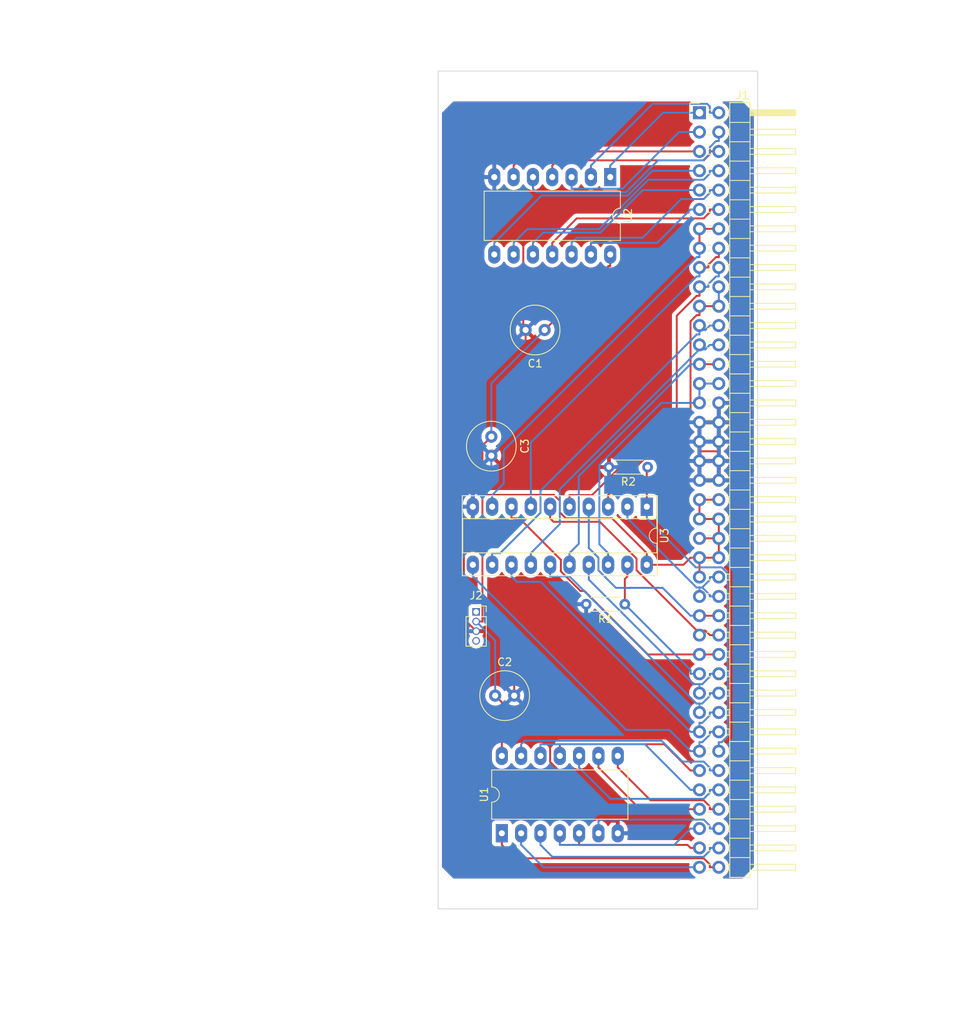
<source format=kicad_pcb>
(kicad_pcb (version 20211014) (generator pcbnew)
  (layers (0 "F.Cu" signal) (31 "B.Cu" signal) (34 "B.Paste" user) (35 "F.Paste" user) (36 "B.SilkS" user "B.Silkscreen") (37 "F.SilkS" user "F.Silkscreen") (38 "B.Mask" user) (39 "F.Mask" user) (44 "Edge.Cuts" user))
  (net 0 "")
  (net 1 "GND")
  (net 2 "Net-(J1-Pad1)")
  (net 3 "Net-(J1-Pad2)")
  (net 4 "Net-(J1-Pad3)")
  (net 5 "Net-(J1-Pad6)")
  (net 6 "Net-(J1-Pad4)")
  (net 7 "Net-(J1-Pad5)")
  (net 8 "Net-(J1-Pad7)")
  (net 9 "Net-(J1-Pad8)")
  (net 10 "Net-(J1-Pad9)")
  (net 11 "Net-(J1-Pad12)")
  (net 12 "Net-(J1-Pad10)")
  (net 13 "Net-(J1-Pad11)")
  (net 14 "+5V")
  (net 15 "Net-(J1-Pad80)")
  (net 16 "Net-(J1-Pad79)")
  (net 17 "Net-(J1-Pad77)")
  (net 18 "Net-(J1-Pad72)")
  (net 19 "Net-(J1-Pad69)")
  (net 20 "Net-(J1-Pad29)")
  (net 21 "Net-(J1-Pad27)")
  (net 22 "Net-(J1-Pad25)")
  (net 23 "Net-(J1-Pad23)")
  (net 24 "Net-(J1-Pad20)")
  (net 25 "+12V")
  (net 26 "-12V")
  (net 27 "Net-(R1-Pad1)")
  (net 28 "Net-(R2-Pad1)")
  (net 29 "Net-(U1-Pad3)")
  (net 30 "Net-(U1-Pad4)")
  (net 31 "Net-(U1-Pad6)")
  (net 32 "Net-(U1-Pad8)")
  (net 33 "Net-(U1-Pad9)")
  (net 34 "Net-(U1-Pad12)")
  (net 35 "Net-(U1-Pad13)")
  (net 36 "Net-(U3-Pad2)")
  (net 37 "Net-(U3-Pad4)")
  (net 38 "Net-(U3-Pad5)")
  (net 39 "Net-(U3-Pad6)")
  (net 40 "Net-(U3-Pad7)")
  (net 41 "Net-(U3-Pad8)")
  (net 42 "Net-(U3-Pad9)")
  (net 43 "Net-(U3-Pad11)")
  (net 44 "Net-(U3-Pad13)")
  (net 45 "Net-(U3-Pad15)")
  (net 46 "Net-(U3-Pad17)")
  (footprint "Resistor_THT:R_Axial_DIN0204_L3.6mm_D1.6mm_P5.08mm_Horizontal" (layer "F.Cu") (at 122.54 130 180)
    (fp_text reference "R1")
    (fp_text value "1k")
  )
  (footprint "Package_DIP:DIP-14_W10.16mm_LongPads" (layer "F.Cu") (at 106.375 160.075 90)
    (fp_text reference "U1")
    (fp_text value "4070")
  )
  (footprint "Capacitor_THT:C_Radial_D6.3mm_H7.0mm_P2.50mm" (layer "F.Cu") (at 112 94 180)
    (fp_text reference "C1")
    (fp_text value "C")
  )
  (footprint "Connector_PinHeader_2.54mm:PinHeader_2x40_P2.54mm_Horizontal" (layer "F.Cu") (at 132.35 65.475)
    (fp_text reference "J1")
    (fp_text value "Conn_02x40_Counter_Clockwise")
  )
  (footprint "Capacitor_THT:C_Radial_D6.3mm_H7.0mm_P2.50mm" (layer "F.Cu") (at 105 108 -90)
    (fp_text reference "C3")
    (fp_text value "C")
  )
  (footprint "Package_DIP:DIP-20_W7.62mm_Socket_LongPads" (layer "F.Cu") (at 125.425 117.2 -90)
    (fp_text reference "U3")
    (fp_text value "74HC240")
  )
  (footprint "Connector_PinSocket_1.27mm:PinSocket_1x04_P1.27mm_Vertical" (layer "F.Cu") (at 103 131)
    (fp_text reference "J2")
    (fp_text value "Conn_01x04_Female")
  )
  (footprint "Capacitor_THT:C_Radial_D6.3mm_H7.0mm_P2.50mm" (layer "F.Cu") (at 105.5 142)
    (fp_text reference "C2")
    (fp_text value "C")
  )
  (footprint "Resistor_THT:R_Axial_DIN0204_L3.6mm_D1.6mm_P5.08mm_Horizontal" (layer "F.Cu") (at 125.54 112 180)
    (fp_text reference "R2")
    (fp_text value "1k")
  )
  (footprint "Package_DIP:DIP-14_W10.16mm_LongPads" (layer "F.Cu") (at 120.625 73.925 -90)
    (fp_text reference "U2")
    (fp_text value "4077")
  )
  (gr_rect (start 140 60) (end 98 170) (layer "Edge.Cuts") (width 0.1) (fill none))
  (segment (start 103.8253 133.54) (end 108 137.7147) (width 0.25) (layer "F.Cu") (net 1))
  (segment (start 120.46 112) (end 119.4347 112) (width 0.25) (layer "F.Cu") (net 1))
  (segment (start 116.4347 130) (end 108.72 137.7147) (width 0.25) (layer "F.Cu") (net 1))
  (segment (start 134.89 106.115) (end 134.89 108.655) (width 0.25) (layer "F.Cu") (net 1))
  (segment (start 121.615 160.075) (end 121.615 158.5497) (width 0.25) (layer "F.Cu") (net 1))
  (segment (start 109.195 79.2603) (end 109.195 93.695) (width 0.25) (layer "F.Cu") (net 1))
  (segment (start 132.35 108.655) (end 132.35 109.925) (width 0.25) (layer "F.Cu") (net 1))
  (segment (start 109.195 93.695) (end 109.5 94) (width 0.25) (layer "F.Cu") (net 1))
  (segment (start 103 133.54) (end 103.8253 133.54) (width 0.25) (layer "F.Cu") (net 1))
  (segment (start 132.35 113.735) (end 133.7147 113.735) (width 0.25) (layer "F.Cu") (net 1))
  (segment (start 108.72 137.7147) (end 108 137.7147) (width 0.25) (layer "F.Cu") (net 1))
  (segment (start 105.385 73.925) (end 105.385 75.4503) (width 0.25) (layer "F.Cu") (net 1))
  (segment (start 112.725 146.725) (end 112.725 150.7083) (width 0.25) (layer "F.Cu") (net 1))
  (segment (start 132.35 109.925) (end 134.89 109.925) (width 0.25) (layer "F.Cu") (net 1))
  (segment (start 134.89 109.925) (end 134.89 111.195) (width 0.25) (layer "F.Cu") (net 1))
  (segment (start 134.89 113.735) (end 133.7147 113.735) (width 0.25) (layer "F.Cu") (net 1))
  (segment (start 120.5664 158.5497) (end 121.615 158.5497) (width 0.25) (layer "F.Cu") (net 1))
  (segment (start 108 142) (end 112.725 146.725) (width 0.25) (layer "F.Cu") (net 1))
  (segment (start 132.35 111.195) (end 132.35 113.735) (width 0.25) (layer "F.Cu") (net 1))
  (segment (start 119.4347 112) (end 115.2853 107.8506) (width 0.25) (layer "F.Cu") (net 1))
  (segment (start 117.46 130) (end 116.4347 130) (width 0.25) (layer "F.Cu") (net 1))
  (segment (start 132.35 106.115) (end 132.35 108.655) (width 0.25) (layer "F.Cu") (net 1))
  (segment (start 112.725 150.7083) (end 120.5664 158.5497) (width 0.25) (layer "F.Cu") (net 1))
  (segment (start 105.385 75.4503) (end 109.195 79.2603) (width 0.25) (layer "F.Cu") (net 1))
  (segment (start 134.89 108.655) (end 134.89 109.925) (width 0.25) (layer "F.Cu") (net 1))
  (segment (start 109.5 107.8506) (end 107.6494 107.8506) (width 0.25) (layer "F.Cu") (net 1))
  (segment (start 102.565 118.7253) (end 101.3933 119.897) (width 0.25) (layer "F.Cu") (net 1))
  (segment (start 109.5 107.8506) (end 109.5 94) (width 0.25) (layer "F.Cu") (net 1))
  (segment (start 132.35 109.925) (end 132.35 111.195) (width 0.25) (layer "F.Cu") (net 1))
  (segment (start 101.3933 119.897) (end 101.3933 131.9333) (width 0.25) (layer "F.Cu") (net 1))
  (segment (start 115.2853 107.8506) (end 109.5 107.8506) (width 0.25) (layer "F.Cu") (net 1))
  (segment (start 108 137.7147) (end 108 142) (width 0.25) (layer "F.Cu") (net 1))
  (segment (start 107.6494 107.8506) (end 105 110.5) (width 0.25) (layer "F.Cu") (net 1))
  (segment (start 102.565 117.2) (end 102.565 118.7253) (width 0.25) (layer "F.Cu") (net 1))
  (segment (start 101.3933 131.9333) (end 103 133.54) (width 0.25) (layer "F.Cu") (net 1))
  (segment (start 132.35 111.195) (end 131.1747 111.195) (width 0.25) (layer "B.Cu") (net 1))
  (segment (start 134.89 103.575) (end 134.89 106.115) (width 0.25) (layer "B.Cu") (net 1))
  (segment (start 102.565 115.6747) (end 105 113.2397) (width 0.25) (layer "B.Cu") (net 1))
  (segment (start 130.9046 110.9249) (end 131.1747 111.195) (width 0.25) (layer "B.Cu") (net 1))
  (segment (start 122.5604 110.9249) (end 130.9046 110.9249) (width 0.25) (layer "B.Cu") (net 1))
  (segment (start 102.565 117.2) (end 102.565 115.6747) (width 0.25) (layer "B.Cu") (net 1))
  (segment (start 120.46 112) (end 121.4853 112) (width 0.25) (layer "B.Cu") (net 1))
  (segment (start 105 113.2397) (end 105 110.5) (width 0.25) (layer "B.Cu") (net 1))
  (segment (start 121.4853 112) (end 122.5604 110.9249) (width 0.25) (layer "B.Cu") (net 1))
  (segment (start 120.625 72.3997) (end 127.5497 65.475) (width 0.25) (layer "B.Cu") (net 2))
  (segment (start 127.5497 65.475) (end 132.35 65.475) (width 0.25) (layer "B.Cu") (net 2))
  (segment (start 120.625 73.925) (end 120.625 72.3997) (width 0.25) (layer "B.Cu") (net 2))
  (segment (start 133.7147 64.6669) (end 133.7147 65.475) (width 0.25) (layer "B.Cu") (net 3))
  (segment (start 118.085 72.3997) (end 126.185 64.2997) (width 0.25) (layer "B.Cu") (net 3))
  (segment (start 134.89 65.475) (end 133.7147 65.475) (width 0.25) (layer "B.Cu") (net 3))
  (segment (start 133.3475 64.2997) (end 133.7147 64.6669) (width 0.25) (layer "B.Cu") (net 3))
  (segment (start 126.185 64.2997) (end 133.3475 64.2997) (width 0.25) (layer "B.Cu") (net 3))
  (segment (start 118.085 73.925) (end 118.085 72.3997) (width 0.25) (layer "B.Cu") (net 3))
  (segment (start 129.6579 68.015) (end 132.35 68.015) (width 0.25) (layer "B.Cu") (net 4))
  (segment (start 115.545 75.4503) (end 122.2226 75.4503) (width 0.25) (layer "B.Cu") (net 4))
  (segment (start 115.545 73.925) (end 115.545 75.4503) (width 0.25) (layer "B.Cu") (net 4))
  (segment (start 122.2226 75.4503) (end 129.6579 68.015) (width 0.25) (layer "B.Cu") (net 4))
  (segment (start 133.7147 70.9224) (end 133.7147 70.555) (width 0.25) (layer "F.Cu") (net 5))
  (segment (start 134.89 70.555) (end 133.7147 70.555) (width 0.25) (layer "F.Cu") (net 5))
  (segment (start 113.005 72.3997) (end 113.6744 71.7303) (width 0.25) (layer "F.Cu") (net 5))
  (segment (start 132.9068 71.7303) (end 133.7147 70.9224) (width 0.25) (layer "F.Cu") (net 5))
  (segment (start 113.005 73.925) (end 113.005 72.3997) (width 0.25) (layer "F.Cu") (net 5))
  (segment (start 113.6744 71.7303) (end 132.9068 71.7303) (width 0.25) (layer "F.Cu") (net 5))
  (segment (start 110.465 75.4503) (end 110.9153 75.9006) (width 0.25) (layer "B.Cu") (net 6))
  (segment (start 110.465 73.925) (end 110.465 75.4503) (width 0.25) (layer "B.Cu") (net 6))
  (segment (start 134.5226 69.1903) (end 134.89 69.1903) (width 0.25) (layer "B.Cu") (net 6))
  (segment (start 110.9153 75.9006) (end 122.7274 75.9006) (width 0.25) (layer "B.Cu") (net 6))
  (segment (start 133.7147 70.8551) (end 133.7147 69.9982) (width 0.25) (layer "B.Cu") (net 6))
  (segment (start 126.8976 71.7304) (end 132.8394 71.7304) (width 0.25) (layer "B.Cu") (net 6))
  (segment (start 132.8394 71.7304) (end 133.7147 70.8551) (width 0.25) (layer "B.Cu") (net 6))
  (segment (start 133.7147 69.9982) (end 134.5226 69.1903) (width 0.25) (layer "B.Cu") (net 6))
  (segment (start 122.7274 75.9006) (end 126.8976 71.7304) (width 0.25) (layer "B.Cu") (net 6))
  (segment (start 134.89 68.015) (end 134.89 69.1903) (width 0.25) (layer "B.Cu") (net 6))
  (segment (start 109.7697 70.555) (end 107.925 72.3997) (width 0.25) (layer "F.Cu") (net 7))
  (segment (start 107.925 73.925) (end 107.925 72.3997) (width 0.25) (layer "F.Cu") (net 7))
  (segment (start 132.35 70.555) (end 131.1747 70.555) (width 0.25) (layer "F.Cu") (net 7))
  (segment (start 131.1747 70.555) (end 109.7697 70.555) (width 0.25) (layer "F.Cu") (net 7))
  (segment (start 105.385 84.085) (end 105.385 82.5597) (width 0.25) (layer "B.Cu") (net 8))
  (segment (start 126.17 73.095) (end 131.1747 73.095) (width 0.25) (layer "B.Cu") (net 8))
  (segment (start 105.385 82.5597) (end 111.5938 76.3509) (width 0.25) (layer "B.Cu") (net 8))
  (segment (start 122.9141 76.3509) (end 126.17 73.095) (width 0.25) (layer "B.Cu") (net 8))
  (segment (start 132.35 73.095) (end 131.1747 73.095) (width 0.25) (layer "B.Cu") (net 8))
  (segment (start 111.5938 76.3509) (end 122.9141 76.3509) (width 0.25) (layer "B.Cu") (net 8))
  (segment (start 133.7147 73.095) (end 133.7147 73.4624) (width 0.25) (layer "B.Cu") (net 9))
  (segment (start 109.7262 80.7585) (end 107.925 82.5597) (width 0.25) (layer "B.Cu") (net 9))
  (segment (start 119.1434 80.7585) (end 109.7262 80.7585) (width 0.25) (layer "B.Cu") (net 9))
  (segment (start 132.9068 74.2703) (end 125.6316 74.2703) (width 0.25) (layer "B.Cu") (net 9))
  (segment (start 133.7147 73.4624) (end 132.9068 74.2703) (width 0.25) (layer "B.Cu") (net 9))
  (segment (start 134.89 73.095) (end 133.7147 73.095) (width 0.25) (layer "B.Cu") (net 9))
  (segment (start 125.6316 74.2703) (end 119.1434 80.7585) (width 0.25) (layer "B.Cu") (net 9))
  (segment (start 107.925 84.085) (end 107.925 82.5597) (width 0.25) (layer "B.Cu") (net 9))
  (segment (start 132.35 75.635) (end 131.1747 75.635) (width 0.25) (layer "B.Cu") (net 10))
  (segment (start 111.8159 81.2088) (end 110.465 82.5597) (width 0.25) (layer "B.Cu") (net 10))
  (segment (start 131.1747 75.635) (end 124.9038 75.635) (width 0.25) (layer "B.Cu") (net 10))
  (segment (start 124.9038 75.635) (end 119.33 81.2088) (width 0.25) (layer "B.Cu") (net 10))
  (segment (start 110.465 84.085) (end 110.465 82.5597) (width 0.25) (layer "B.Cu") (net 10))
  (segment (start 119.33 81.2088) (end 111.8159 81.2088) (width 0.25) (layer "B.Cu") (net 10))
  (segment (start 116.2144 79.3503) (end 132.9068 79.3503) (width 0.25) (layer "F.Cu") (net 11))
  (segment (start 133.7147 78.5424) (end 133.7147 78.175) (width 0.25) (layer "F.Cu") (net 11))
  (segment (start 132.9068 79.3503) (end 133.7147 78.5424) (width 0.25) (layer "F.Cu") (net 11))
  (segment (start 134.89 78.175) (end 133.7147 78.175) (width 0.25) (layer "F.Cu") (net 11))
  (segment (start 113.005 84.085) (end 113.005 82.5597) (width 0.25) (layer "F.Cu") (net 11))
  (segment (start 113.005 82.5597) (end 116.2144 79.3503) (width 0.25) (layer "F.Cu") (net 11))
  (segment (start 134.89 75.635) (end 133.7147 75.635) (width 0.25) (layer "B.Cu") (net 12))
  (segment (start 116.2205 81.8842) (end 124.8781 81.8842) (width 0.25) (layer "B.Cu") (net 12))
  (segment (start 129.952 76.8103) (end 132.9068 76.8103) (width 0.25) (layer "B.Cu") (net 12))
  (segment (start 115.545 82.5597) (end 116.2205 81.8842) (width 0.25) (layer "B.Cu") (net 12))
  (segment (start 115.545 84.085) (end 115.545 82.5597) (width 0.25) (layer "B.Cu") (net 12))
  (segment (start 124.8781 81.8842) (end 129.952 76.8103) (width 0.25) (layer "B.Cu") (net 12))
  (segment (start 132.9068 76.8103) (end 133.7147 76.0024) (width 0.25) (layer "B.Cu") (net 12))
  (segment (start 133.7147 76.0024) (end 133.7147 75.635) (width 0.25) (layer "B.Cu") (net 12))
  (segment (start 131.1747 78.175) (end 126.79 82.5597) (width 0.25) (layer "B.Cu") (net 13))
  (segment (start 118.085 84.085) (end 118.085 82.5597) (width 0.25) (layer "B.Cu") (net 13))
  (segment (start 132.35 78.175) (end 131.1747 78.175) (width 0.25) (layer "B.Cu") (net 13))
  (segment (start 126.79 82.5597) (end 118.085 82.5597) (width 0.25) (layer "B.Cu") (net 13))
  (segment (start 103.8253 115.6455) (end 103.8253 132.27) (width 0.25) (layer "F.Cu") (net 14))
  (segment (start 134.89 121.355) (end 133.5253 121.355) (width 0.25) (layer "F.Cu") (net 14))
  (segment (start 105 108) (end 103.8253 109.1747) (width 0.25) (layer "F.Cu") (net 14))
  (segment (start 132.35 123.895) (end 132.35 126.435) (width 0.25) (layer "F.Cu") (net 14))
  (segment (start 132.35 116.275) (end 132.35 118.815) (width 0.25) (layer "F.Cu") (net 14))
  (segment (start 105.5 142) (end 106.375 142.875) (width 0.25) (layer "F.Cu") (net 14))
  (segment (start 125.425 124.82) (end 125.425 123.2947) (width 0.25) (layer "F.Cu") (net 14))
  (segment (start 134.89 118.815) (end 134.89 121.355) (width 0.25) (layer "F.Cu") (net 14))
  (segment (start 134.89 118.815) (end 133.7147 118.815) (width 0.25) (layer "F.Cu") (net 14))
  (segment (start 125.425 124.82) (end 130.2497 124.82) (width 0.25) (layer "F.Cu") (net 14))
  (segment (start 103.8253 109.1747) (end 103.8253 115.6455) (width 0.25) (layer "F.Cu") (net 14))
  (segment (start 114.7859 118.7253) (end 120.8556 118.7253) (width 0.25) (layer "F.Cu") (net 14))
  (segment (start 106.375 142.875) (end 106.375 149.915) (width 0.25) (layer "F.Cu") (net 14))
  (segment (start 113.995 117.9344) (end 114.7859 118.7253) (width 0.25) (layer "F.Cu") (net 14))
  (segment (start 103.8253 115.6455) (end 113.2161 115.6455) (width 0.25) (layer "F.Cu") (net 14))
  (segment (start 132.35 123.895) (end 133.5253 123.895) (width 0.25) (layer "F.Cu") (net 14))
  (segment (start 120.625 84.085) (end 120.625 85.6103) (width 0.25) (layer "F.Cu") (net 14))
  (segment (start 103 132.27) (end 103.8253 132.27) (width 0.25) (layer "F.Cu") (net 14))
  (segment (start 134.89 121.355) (end 134.89 123.895) (width 0.25) (layer "F.Cu") (net 14))
  (segment (start 120.8556 118.7253) (end 125.425 123.2947) (width 0.25) (layer "F.Cu") (net 14))
  (segment (start 132.35 121.355) (end 133.5253 121.355) (width 0.25) (layer "F.Cu") (net 14))
  (segment (start 130.2497 124.82) (end 131.1747 123.895) (width 0.25) (layer "F.Cu") (net 14))
  (segment (start 120.625 85.6103) (end 120.3897 85.6103) (width 0.25) (layer "F.Cu") (net 14))
  (segment (start 134.89 123.895) (end 133.5253 123.895) (width 0.25) (layer "F.Cu") (net 14))
  (segment (start 120.3897 85.6103) (end 112 94) (width 0.25) (layer "F.Cu") (net 14))
  (segment (start 132.35 118.815) (end 133.7147 118.815) (width 0.25) (layer "F.Cu") (net 14))
  (segment (start 132.35 116.275) (end 133.7147 116.275) (width 0.25) (layer "F.Cu") (net 14))
  (segment (start 113.2161 115.6455) (end 113.995 116.4244) (width 0.25) (layer "F.Cu") (net 14))
  (segment (start 132.35 123.895) (end 131.1747 123.895) (width 0.25) (layer "F.Cu") (net 14))
  (segment (start 113.995 116.4244) (end 113.995 117.9344) (width 0.25) (layer "F.Cu") (net 14))
  (segment (start 134.89 116.275) (end 133.7147 116.275) (width 0.25) (layer "F.Cu") (net 14))
  (segment (start 105.5 134.77) (end 105.5 142) (width 0.25) (layer "B.Cu") (net 14))
  (segment (start 103 132.27) (end 105.5 134.77) (width 0.25) (layer "B.Cu") (net 14))
  (segment (start 105 101) (end 105 108) (width 0.25) (layer "B.Cu") (net 14))
  (segment (start 112 94) (end 105 101) (width 0.25) (layer "B.Cu") (net 14))
  (segment (start 108.1344 163.3597) (end 132.9068 163.3597) (width 0.25) (layer "F.Cu") (net 15))
  (segment (start 132.9068 163.3597) (end 133.7147 164.1676) (width 0.25) (layer "F.Cu") (net 15))
  (segment (start 134.89 164.535) (end 133.7147 164.535) (width 0.25) (layer "F.Cu") (net 15))
  (segment (start 106.375 160.075) (end 106.375 161.6003) (width 0.25) (layer "F.Cu") (net 15))
  (segment (start 133.7147 164.1676) (end 133.7147 164.535) (width 0.25) (layer "F.Cu") (net 15))
  (segment (start 106.375 161.6003) (end 108.1344 163.3597) (width 0.25) (layer "F.Cu") (net 15))
  (segment (start 111.8497 164.535) (end 108.915 161.6003) (width 0.25) (layer "B.Cu") (net 16))
  (segment (start 132.35 164.535) (end 131.1747 164.535) (width 0.25) (layer "B.Cu") (net 16))
  (segment (start 131.1747 164.535) (end 111.8497 164.535) (width 0.25) (layer "B.Cu") (net 16))
  (segment (start 108.915 160.075) (end 108.915 161.6003) (width 0.25) (layer "B.Cu") (net 16))
  (segment (start 132.35 161.995) (end 131.1747 161.995) (width 0.25) (layer "F.Cu") (net 17))
  (segment (start 116.535 161.6003) (end 130.78 161.6003) (width 0.25) (layer "F.Cu") (net 17))
  (segment (start 130.78 161.6003) (end 131.1747 161.995) (width 0.25) (layer "F.Cu") (net 17))
  (segment (start 116.535 160.075) (end 116.535 161.6003) (width 0.25) (layer "F.Cu") (net 17))
  (segment (start 120.645 155.5503) (end 132.9068 155.5503) (width 0.25) (layer "B.Cu") (net 18))
  (segment (start 132.9068 155.5503) (end 133.7147 154.7424) (width 0.25) (layer "B.Cu") (net 18))
  (segment (start 116.535 149.915) (end 116.535 151.4403) (width 0.25) (layer "B.Cu") (net 18))
  (segment (start 133.7147 154.7424) (end 133.7147 154.375) (width 0.25) (layer "B.Cu") (net 18))
  (segment (start 134.89 154.375) (end 133.7147 154.375) (width 0.25) (layer "B.Cu") (net 18))
  (segment (start 116.535 151.4403) (end 120.645 155.5503) (width 0.25) (layer "B.Cu") (net 18))
  (segment (start 113.995 148.3897) (end 127.7294 148.3897) (width 0.25) (layer "F.Cu") (net 19))
  (segment (start 113.995 149.915) (end 113.995 148.3897) (width 0.25) (layer "F.Cu") (net 19))
  (segment (start 132.35 151.835) (end 131.1747 151.835) (width 0.25) (layer "F.Cu") (net 19))
  (segment (start 127.7294 148.3897) (end 131.1747 151.835) (width 0.25) (layer "F.Cu") (net 19))
  (segment (start 131.1747 103.575) (end 127.3293 103.575) (width 0.25) (layer "B.Cu") (net 20))
  (segment (start 132.35 103.575) (end 131.1747 103.575) (width 0.25) (layer "B.Cu") (net 20))
  (segment (start 134.89 101.035) (end 133.7147 101.035) (width 0.25) (layer "B.Cu") (net 20))
  (segment (start 119.1957 122.1454) (end 120.345 123.2947) (width 0.25) (layer "B.Cu") (net 20))
  (segment (start 120.345 124.82) (end 120.345 123.2947) (width 0.25) (layer "B.Cu") (net 20))
  (segment (start 119.1957 111.7086) (end 119.1957 122.1454) (width 0.25) (layer "B.Cu") (net 20))
  (segment (start 127.3293 103.575) (end 119.1957 111.7086) (width 0.25) (layer "B.Cu") (net 20))
  (segment (start 132.35 101.035) (end 133.7147 101.035) (width 0.25) (layer "B.Cu") (net 20))
  (segment (start 132.35 101.035) (end 132.35 103.575) (width 0.25) (layer "B.Cu") (net 20))
  (segment (start 132.35 98.495) (end 134.89 98.495) (width 0.25) (layer "F.Cu") (net 21))
  (segment (start 115.265 124.82) (end 115.265 123.2947) (width 0.25) (layer "B.Cu") (net 21))
  (segment (start 132.35 98.495) (end 131.1747 98.495) (width 0.25) (layer "B.Cu") (net 21))
  (segment (start 116.4884 113.1813) (end 131.1747 98.495) (width 0.25) (layer "B.Cu") (net 21))
  (segment (start 116.4884 122.0713) (end 116.4884 113.1813) (width 0.25) (layer "B.Cu") (net 21))
  (segment (start 115.265 123.2947) (end 116.4884 122.0713) (width 0.25) (layer "B.Cu") (net 21))
  (segment (start 113.995 114.8976) (end 132.35 96.5426) (width 0.25) (layer "B.Cu") (net 22))
  (segment (start 110.185 124.82) (end 110.185 123.2947) (width 0.25) (layer "B.Cu") (net 22))
  (segment (start 132.35 96.5426) (end 133.1271 96.5426) (width 0.25) (layer "B.Cu") (net 22))
  (segment (start 113.995 119.4847) (end 113.995 114.8976) (width 0.25) (layer "B.Cu") (net 22))
  (segment (start 133.1271 96.5426) (end 133.7147 95.955) (width 0.25) (layer "B.Cu") (net 22))
  (segment (start 110.185 123.2947) (end 113.995 119.4847) (width 0.25) (layer "B.Cu") (net 22))
  (segment (start 134.89 95.955) (end 133.7147 95.955) (width 0.25) (layer "B.Cu") (net 22))
  (segment (start 132.35 95.955) (end 132.35 96.5426) (width 0.25) (layer "B.Cu") (net 22))
  (segment (start 105.105 123.2947) (end 106.1536 123.2947) (width 0.25) (layer "B.Cu") (net 23))
  (segment (start 132.35 93.415) (end 132.35 94.0026) (width 0.25) (layer "B.Cu") (net 23))
  (segment (start 132.35 94.0026) (end 132.35 94.5903) (width 0.25) (layer "B.Cu") (net 23))
  (segment (start 134.89 93.415) (end 133.7147 93.415) (width 0.25) (layer "B.Cu") (net 23))
  (segment (start 105.105 124.82) (end 105.105 123.2947) (width 0.25) (layer "B.Cu") (net 23))
  (segment (start 133.1271 94.0026) (end 133.7147 93.415) (width 0.25) (layer "B.Cu") (net 23))
  (segment (start 131.9827 94.5903) (end 132.35 94.5903) (width 0.25) (layer "B.Cu") (net 23))
  (segment (start 106.1536 123.2947) (end 111.455 117.9933) (width 0.25) (layer "B.Cu") (net 23))
  (segment (start 111.455 115.118) (end 131.9827 94.5903) (width 0.25) (layer "B.Cu") (net 23))
  (segment (start 111.455 117.9933) (end 111.455 115.118) (width 0.25) (layer "B.Cu") (net 23))
  (segment (start 132.35 94.0026) (end 133.1271 94.0026) (width 0.25) (layer "B.Cu") (net 23))
  (segment (start 131.1747 92.8582) (end 131.9826 92.0503) (width 0.25) (layer "F.Cu") (net 24))
  (segment (start 120.345 117.2) (end 120.345 115.6747) (width 0.25) (layer "F.Cu") (net 24))
  (segment (start 120.345 115.6747) (end 131.1747 104.845) (width 0.25) (layer "F.Cu") (net 24))
  (segment (start 131.9826 92.0503) (end 132.35 92.0503) (width 0.25) (layer "F.Cu") (net 24))
  (segment (start 131.1747 104.845) (end 131.1747 92.8582) (width 0.25) (layer "F.Cu") (net 24))
  (segment (start 134.89 90.875) (end 132.35 90.875) (width 0.25) (layer "F.Cu") (net 24))
  (segment (start 132.35 90.875) (end 132.35 92.0503) (width 0.25) (layer "F.Cu") (net 24))
  (segment (start 134.89 88.335) (end 134.89 90.875) (width 0.25) (layer "B.Cu") (net 24))
  (segment (start 122.885 124.82) (end 122.885 126.3453) (width 0.25) (layer "F.Cu") (net 27))
  (segment (start 122.885 126.3453) (end 122.54 126.6903) (width 0.25) (layer "F.Cu") (net 27))
  (segment (start 122.54 126.6903) (end 122.54 130) (width 0.25) (layer "F.Cu") (net 27))
  (segment (start 122.54 130) (end 131.1747 138.6347) (width 0.25) (layer "B.Cu") (net 27))
  (segment (start 131.1747 138.6347) (end 131.1747 139.135) (width 0.25) (layer "B.Cu") (net 27))
  (segment (start 132.35 139.135) (end 131.1747 139.135) (width 0.25) (layer "B.Cu") (net 27))
  (segment (start 125.54 112) (end 125.425 112.115) (width 0.25) (layer "F.Cu") (net 28))
  (segment (start 125.425 112.115) (end 125.425 117.2) (width 0.25) (layer "F.Cu") (net 28))
  (segment (start 135.2837 125.165) (end 136.0653 125.9466) (width 0.25) (layer "B.Cu") (net 28))
  (segment (start 125.425 118.7253) (end 131.8647 125.165) (width 0.25) (layer "B.Cu") (net 28))
  (segment (start 134.89 149.295) (end 134.89 148.1197) (width 0.25) (layer "B.Cu") (net 28))
  (segment (start 125.425 117.2) (end 125.425 118.7253) (width 0.25) (layer "B.Cu") (net 28))
  (segment (start 135.2574 148.1197) (end 134.89 148.1197) (width 0.25) (layer "B.Cu") (net 28))
  (segment (start 131.8647 125.165) (end 135.2837 125.165) (width 0.25) (layer "B.Cu") (net 28))
  (segment (start 136.0653 125.9466) (end 136.0653 147.3118) (width 0.25) (layer "B.Cu") (net 28))
  (segment (start 136.0653 147.3118) (end 135.2574 148.1197) (width 0.25) (layer "B.Cu") (net 28))
  (segment (start 134.89 161.995) (end 133.7147 161.995) (width 0.25) (layer "B.Cu") (net 29))
  (segment (start 113.025 163.1703) (end 132.9068 163.1703) (width 0.25) (layer "B.Cu") (net 29))
  (segment (start 132.9068 163.1703) (end 133.7147 162.3624) (width 0.25) (layer "B.Cu") (net 29))
  (segment (start 111.455 160.075) (end 111.455 161.6003) (width 0.25) (layer "B.Cu") (net 29))
  (segment (start 133.7147 162.3624) (end 133.7147 161.995) (width 0.25) (layer "B.Cu") (net 29))
  (segment (start 111.455 161.6003) (end 113.025 163.1703) (width 0.25) (layer "B.Cu") (net 29))
  (segment (start 129.0294 161.6003) (end 131.1747 159.455) (width 0.25) (layer "B.Cu") (net 30))
  (segment (start 113.995 160.075) (end 113.995 161.6003) (width 0.25) (layer "B.Cu") (net 30))
  (segment (start 113.995 161.6003) (end 129.0294 161.6003) (width 0.25) (layer "B.Cu") (net 30))
  (segment (start 132.35 159.455) (end 131.1747 159.455) (width 0.25) (layer "B.Cu") (net 30))
  (segment (start 119.345 158.2797) (end 132.9068 158.2797) (width 0.25) (layer "B.Cu") (net 31))
  (segment (start 134.89 159.455) (end 133.7147 159.455) (width 0.25) (layer "B.Cu") (net 31))
  (segment (start 119.075 158.5497) (end 119.345 158.2797) (width 0.25) (layer "B.Cu") (net 31))
  (segment (start 133.7147 159.0876) (end 133.7147 159.455) (width 0.25) (layer "B.Cu") (net 31))
  (segment (start 119.075 160.075) (end 119.075 158.5497) (width 0.25) (layer "B.Cu") (net 31))
  (segment (start 132.9068 158.2797) (end 133.7147 159.0876) (width 0.25) (layer "B.Cu") (net 31))
  (segment (start 121.615 149.915) (end 121.615 151.4403) (width 0.25) (layer "F.Cu") (net 32))
  (segment (start 133.7147 156.915) (end 133.7147 156.5476) (width 0.25) (layer "F.Cu") (net 32))
  (segment (start 134.89 156.915) (end 133.7147 156.915) (width 0.25) (layer "F.Cu") (net 32))
  (segment (start 133.7147 156.5476) (end 132.9068 155.7397) (width 0.25) (layer "F.Cu") (net 32))
  (segment (start 125.9144 155.7397) (end 121.615 151.4403) (width 0.25) (layer "F.Cu") (net 32))
  (segment (start 132.9068 155.7397) (end 125.9144 155.7397) (width 0.25) (layer "F.Cu") (net 32))
  (segment (start 124.5497 156.915) (end 132.35 156.915) (width 0.25) (layer "F.Cu") (net 33))
  (segment (start 119.075 151.4403) (end 124.5497 156.915) (width 0.25) (layer "F.Cu") (net 33))
  (segment (start 119.075 149.915) (end 119.075 151.4403) (width 0.25) (layer "F.Cu") (net 33))
  (segment (start 125.1894 148.3897) (end 131.1747 154.375) (width 0.25) (layer "B.Cu") (net 34))
  (segment (start 111.455 148.3897) (end 125.1894 148.3897) (width 0.25) (layer "B.Cu") (net 34))
  (segment (start 132.35 154.375) (end 131.1747 154.375) (width 0.25) (layer "B.Cu") (net 34))
  (segment (start 111.455 149.915) (end 111.455 148.3897) (width 0.25) (layer "B.Cu") (net 34))
  (segment (start 134.89 151.835) (end 133.7147 151.835) (width 0.25) (layer "B.Cu") (net 35))
  (segment (start 133.7147 151.4676) (end 133.7147 151.835) (width 0.25) (layer "B.Cu") (net 35))
  (segment (start 130.1077 150.6597) (end 132.9068 150.6597) (width 0.25) (layer "B.Cu") (net 35))
  (segment (start 108.915 148.3897) (end 109.3879 147.9168) (width 0.25) (layer "B.Cu") (net 35))
  (segment (start 109.3879 147.9168) (end 127.3648 147.9168) (width 0.25) (layer "B.Cu") (net 35))
  (segment (start 127.3648 147.9168) (end 130.1077 150.6597) (width 0.25) (layer "B.Cu") (net 35))
  (segment (start 108.915 149.915) (end 108.915 148.3897) (width 0.25) (layer "B.Cu") (net 35))
  (segment (start 132.9068 150.6597) (end 133.7147 151.4676) (width 0.25) (layer "B.Cu") (net 35))
  (segment (start 133.7147 128.7971) (end 133.7147 128.975) (width 0.25) (layer "B.Cu") (net 36))
  (segment (start 134.89 126.435) (end 133.7147 126.435) (width 0.25) (layer "B.Cu") (net 36))
  (segment (start 132.7173 127.7997) (end 132.35 127.7997) (width 0.25) (layer "B.Cu") (net 36))
  (segment (start 122.885 118.7253) (end 131.9594 127.7997) (width 0.25) (layer "B.Cu") (net 36))
  (segment (start 122.885 117.2) (end 122.885 118.7253) (width 0.25) (layer "B.Cu") (net 36))
  (segment (start 131.9594 127.7997) (end 132.35 127.7997) (width 0.25) (layer "B.Cu") (net 36))
  (segment (start 133.7147 126.8023) (end 132.7173 127.7997) (width 0.25) (layer "B.Cu") (net 36))
  (segment (start 133.7147 126.435) (end 133.7147 126.8023) (width 0.25) (layer "B.Cu") (net 36))
  (segment (start 132.35 128.975) (end 132.35 127.7997) (width 0.25) (layer "B.Cu") (net 36))
  (segment (start 132.7173 127.7997) (end 133.7147 128.7971) (width 0.25) (layer "B.Cu") (net 36))
  (segment (start 134.89 128.975) (end 133.7147 128.975) (width 0.25) (layer "B.Cu") (net 36))
  (segment (start 132.35 131.515) (end 134.89 131.515) (width 0.25) (layer "F.Cu") (net 37))
  (segment (start 132.35 131.515) (end 131.1747 131.515) (width 0.25) (layer "B.Cu") (net 37))
  (segment (start 117.805 117.2) (end 117.805 122.6195) (width 0.25) (layer "B.Cu") (net 37))
  (segment (start 119.075 125.5575) (end 121.3707 127.8532) (width 0.25) (layer "B.Cu") (net 37))
  (segment (start 119.075 123.8895) (end 119.075 125.5575) (width 0.25) (layer "B.Cu") (net 37))
  (segment (start 127.5129 127.8532) (end 131.1747 131.515) (width 0.25) (layer "B.Cu") (net 37))
  (segment (start 121.3707 127.8532) (end 127.5129 127.8532) (width 0.25) (layer "B.Cu") (net 37))
  (segment (start 117.805 122.6195) (end 119.075 123.8895) (width 0.25) (layer "B.Cu") (net 37))
  (segment (start 132.35 88.335) (end 132.35 89.5103) (width 0.25) (layer "F.Cu") (net 38))
  (segment (start 118.2424 115.6747) (end 115.265 115.6747) (width 0.25) (layer "F.Cu") (net 38))
  (segment (start 115.265 117.2) (end 115.265 115.6747) (width 0.25) (layer "F.Cu") (net 38))
  (segment (start 129.3634 104.5537) (end 118.2424 115.6747) (width 0.25) (layer "F.Cu") (net 38))
  (segment (start 129.3634 92.1296) (end 129.3634 104.5537) (width 0.25) (layer "F.Cu") (net 38))
  (segment (start 132.35 89.5103) (end 131.9827 89.5103) (width 0.25) (layer "F.Cu") (net 38))
  (segment (start 131.9827 89.5103) (end 129.3634 92.1296) (width 0.25) (layer "F.Cu") (net 38))
  (segment (start 134.89 85.795) (end 134.89 86.9703) (width 0.25) (layer "B.Cu") (net 38))
  (segment (start 134.5227 86.9703) (end 134.89 86.9703) (width 0.25) (layer "B.Cu") (net 38))
  (segment (start 132.35 88.335) (end 133.5253 88.335) (width 0.25) (layer "B.Cu") (net 38))
  (segment (start 133.5253 87.9677) (end 134.5227 86.9703) (width 0.25) (layer "B.Cu") (net 38))
  (segment (start 133.5253 88.335) (end 133.5253 87.9677) (width 0.25) (layer "B.Cu") (net 38))
  (segment (start 119.2482 119.1756) (end 124.0811 124.0085) (width 0.25) (layer "F.Cu") (net 39))
  (segment (start 132.0141 133.4673) (end 132.35 133.4673) (width 0.25) (layer "F.Cu") (net 39))
  (segment (start 134.89 134.055) (end 133.7147 134.055) (width 0.25) (layer "F.Cu") (net 39))
  (segment (start 132.35 133.4673) (end 133.127 133.4673) (width 0.25) (layer "F.Cu") (net 39))
  (segment (start 124.0811 125.5343) (end 132.0141 133.4673) (width 0.25) (layer "F.Cu") (net 39))
  (segment (start 133.127 133.4673) (end 133.7147 134.055) (width 0.25) (layer "F.Cu") (net 39))
  (segment (start 112.725 118.7253) (end 113.1753 119.1756) (width 0.25) (layer "F.Cu") (net 39))
  (segment (start 112.725 117.2) (end 112.725 118.7253) (width 0.25) (layer "F.Cu") (net 39))
  (segment (start 132.35 134.055) (end 132.35 133.4673) (width 0.25) (layer "F.Cu") (net 39))
  (segment (start 124.0811 124.0085) (end 124.0811 125.5343) (width 0.25) (layer "F.Cu") (net 39))
  (segment (start 113.1753 119.1756) (end 119.2482 119.1756) (width 0.25) (layer "F.Cu") (net 39))
  (segment (start 134.5227 84.4303) (end 134.89 84.4303) (width 0.25) (layer "F.Cu") (net 40))
  (segment (start 134.89 83.255) (end 134.89 84.4303) (width 0.25) (layer "F.Cu") (net 40))
  (segment (start 133.5253 85.795) (end 133.5253 85.4277) (width 0.25) (layer "F.Cu") (net 40))
  (segment (start 132.35 85.795) (end 133.5253 85.795) (width 0.25) (layer "F.Cu") (net 40))
  (segment (start 133.5253 85.4277) (end 134.5227 84.4303) (width 0.25) (layer "F.Cu") (net 40))
  (segment (start 131.9827 86.9703) (end 132.35 86.9703) (width 0.25) (layer "B.Cu") (net 40))
  (segment (start 110.185 115.6747) (end 110.185 108.768) (width 0.25) (layer "B.Cu") (net 40))
  (segment (start 132.35 85.795) (end 132.35 86.9703) (width 0.25) (layer "B.Cu") (net 40))
  (segment (start 110.185 117.2) (end 110.185 115.6747) (width 0.25) (layer "B.Cu") (net 40))
  (segment (start 110.185 108.768) (end 131.9827 86.9703) (width 0.25) (layer "B.Cu") (net 40))
  (segment (start 132.35 136.595) (end 134.89 136.595) (width 0.25) (layer "F.Cu") (net 41))
  (segment (start 117.2347 128.2601) (end 125.5696 136.595) (width 0.25) (layer "F.Cu") (net 41))
  (segment (start 107.645 117.2) (end 107.645 118.7253) (width 0.25) (layer "F.Cu") (net 41))
  (segment (start 108.6936 118.7253) (end 114.1397 124.1714) (width 0.25) (layer "F.Cu") (net 41))
  (segment (start 116.7136 128.2601) (end 117.2347 128.2601) (width 0.25) (layer "F.Cu") (net 41))
  (segment (start 125.5696 136.595) (end 132.35 136.595) (width 0.25) (layer "F.Cu") (net 41))
  (segment (start 107.645 118.7253) (end 108.6936 118.7253) (width 0.25) (layer "F.Cu") (net 41))
  (segment (start 114.1397 124.1714) (end 114.1397 125.6862) (width 0.25) (layer "F.Cu") (net 41))
  (segment (start 114.1397 125.6862) (end 116.7136 128.2601) (width 0.25) (layer "F.Cu") (net 41))
  (segment (start 132.35 80.715) (end 133.7147 80.715) (width 0.25) (layer "F.Cu") (net 42))
  (segment (start 132.35 80.715) (end 132.35 83.255) (width 0.25) (layer "F.Cu") (net 42))
  (segment (start 134.89 80.715) (end 133.7147 80.715) (width 0.25) (layer "F.Cu") (net 42))
  (segment (start 105.105 115.6747) (end 106.6303 114.1494) (width 0.25) (layer "B.Cu") (net 42))
  (segment (start 105.105 117.2) (end 105.105 115.6747) (width 0.25) (layer "B.Cu") (net 42))
  (segment (start 131.9827 84.4303) (end 132.35 84.4303) (width 0.25) (layer "B.Cu") (net 42))
  (segment (start 106.6303 114.1494) (end 106.6303 109.7827) (width 0.25) (layer "B.Cu") (net 42))
  (segment (start 106.6303 109.7827) (end 131.9827 84.4303) (width 0.25) (layer "B.Cu") (net 42))
  (segment (start 132.35 83.255) (end 132.35 84.4303) (width 0.25) (layer "B.Cu") (net 42))
  (segment (start 128.3875 146.5078) (end 122.7275 146.5078) (width 0.25) (layer "B.Cu") (net 43))
  (segment (start 133.7147 147.1223) (end 132.7173 148.1197) (width 0.25) (layer "B.Cu") (net 43))
  (segment (start 102.565 124.82) (end 102.565 126.3453) (width 0.25) (layer "B.Cu") (net 43))
  (segment (start 134.89 146.755) (end 133.7147 146.755) (width 0.25) (layer "B.Cu") (net 43))
  (segment (start 131.1747 149.295) (end 128.3875 146.5078) (width 0.25) (layer "B.Cu") (net 43))
  (segment (start 132.35 149.295) (end 132.35 148.1197) (width 0.25) (layer "B.Cu") (net 43))
  (segment (start 132.7173 148.1197) (end 132.35 148.1197) (width 0.25) (layer "B.Cu") (net 43))
  (segment (start 133.7147 146.755) (end 133.7147 147.1223) (width 0.25) (layer "B.Cu") (net 43))
  (segment (start 122.7275 146.5078) (end 102.565 126.3453) (width 0.25) (layer "B.Cu") (net 43))
  (segment (start 132.35 149.295) (end 131.1747 149.295) (width 0.25) (layer "B.Cu") (net 43))
  (segment (start 133.7147 144.215) (end 133.7147 144.5823) (width 0.25) (layer "B.Cu") (net 44))
  (segment (start 132.35 146.755) (end 132.35 145.5797) (width 0.25) (layer "B.Cu") (net 44))
  (segment (start 111.4803 127.0606) (end 131.1747 146.755) (width 0.25) (layer "B.Cu") (net 44))
  (segment (start 108.3603 127.0606) (end 111.4803 127.0606) (width 0.25) (layer "B.Cu") (net 44))
  (segment (start 132.35 146.755) (end 131.1747 146.755) (width 0.25) (layer "B.Cu") (net 44))
  (segment (start 134.89 144.215) (end 133.7147 144.215) (width 0.25) (layer "B.Cu") (net 44))
  (segment (start 133.7147 144.5823) (end 132.7173 145.5797) (width 0.25) (layer "B.Cu") (net 44))
  (segment (start 107.645 124.82) (end 107.645 126.3453) (width 0.25) (layer "B.Cu") (net 44))
  (segment (start 132.7173 145.5797) (end 132.35 145.5797) (width 0.25) (layer "B.Cu") (net 44))
  (segment (start 107.645 126.3453) (end 108.3603 127.0606) (width 0.25) (layer "B.Cu") (net 44))
  (segment (start 133.7147 142.0423) (end 132.7173 143.0397) (width 0.25) (layer "B.Cu") (net 45))
  (segment (start 112.725 124.82) (end 112.725 126.3453) (width 0.25) (layer "B.Cu") (net 45))
  (segment (start 112.725 126.3453) (end 115.266 126.3453) (width 0.25) (layer "B.Cu") (net 45))
  (segment (start 131.9604 143.0397) (end 132.35 143.0397) (width 0.25) (layer "B.Cu") (net 45))
  (segment (start 132.35 144.215) (end 132.35 143.0397) (width 0.25) (layer "B.Cu") (net 45))
  (segment (start 115.266 126.3453) (end 131.9604 143.0397) (width 0.25) (layer "B.Cu") (net 45))
  (segment (start 132.7173 143.0397) (end 132.35 143.0397) (width 0.25) (layer "B.Cu") (net 45))
  (segment (start 134.89 141.675) (end 133.7147 141.675) (width 0.25) (layer "B.Cu") (net 45))
  (segment (start 133.7147 141.675) (end 133.7147 142.0423) (width 0.25) (layer "B.Cu") (net 45))
  (segment (start 133.7147 139.135) (end 133.7147 139.5023) (width 0.25) (layer "B.Cu") (net 46))
  (segment (start 117.805 126.7627) (end 131.542 140.4997) (width 0.25) (layer "B.Cu") (net 46))
  (segment (start 117.805 124.82) (end 117.805 126.7627) (width 0.25) (layer "B.Cu") (net 46))
  (segment (start 132.35 141.675) (end 132.35 140.4997) (width 0.25) (layer "B.Cu") (net 46))
  (segment (start 133.7147 139.5023) (end 132.7173 140.4997) (width 0.25) (layer "B.Cu") (net 46))
  (segment (start 132.7173 140.4997) (end 132.35 140.4997) (width 0.25) (layer "B.Cu") (net 46))
  (segment (start 134.89 139.135) (end 133.7147 139.135) (width 0.25) (layer "B.Cu") (net 46))
  (segment (start 131.542 140.4997) (end 132.35 140.4997) (width 0.25) (layer "B.Cu") (net 46))
  (zone (net 1) (net_name "GND") (layers F&B.Cu) (name "gnd") (connect_pads (clearance 0.508)) (min_thickness 0.254) (fill yes (thermal_gap 0.508) (thermal_bridge_width 0.508) (smoothing chamfer) (radius 2))
    (polygon (pts (xy 140 166) (xy 98 166) (xy 98 64) (xy 140 64)))
  )
)
</source>
